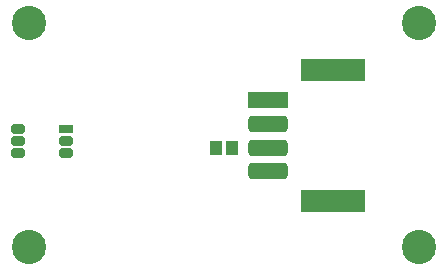
<source format=gbs>
G04*
G04 #@! TF.GenerationSoftware,Altium Limited,Altium Designer,18.1.6 (161)*
G04*
G04 Layer_Color=16711935*
%FSLAX25Y25*%
%MOIN*%
G70*
G01*
G75*
%ADD33R,0.04143X0.04537*%
%ADD39C,0.11430*%
%ADD47R,0.21666X0.07493*%
%ADD48R,0.13398X0.05524*%
G04:AMPARAMS|DCode=49|XSize=55.24mil|YSize=133.98mil|CornerRadius=15.81mil|HoleSize=0mil|Usage=FLASHONLY|Rotation=270.000|XOffset=0mil|YOffset=0mil|HoleType=Round|Shape=RoundedRectangle|*
%AMROUNDEDRECTD49*
21,1,0.05524,0.10236,0,0,270.0*
21,1,0.02362,0.13398,0,0,270.0*
1,1,0.03162,-0.05118,-0.01181*
1,1,0.03162,-0.05118,0.01181*
1,1,0.03162,0.05118,0.01181*
1,1,0.03162,0.05118,-0.01181*
%
%ADD49ROUNDEDRECTD49*%
G04:AMPARAMS|DCode=50|XSize=31.62mil|YSize=47.37mil|CornerRadius=9.91mil|HoleSize=0mil|Usage=FLASHONLY|Rotation=90.000|XOffset=0mil|YOffset=0mil|HoleType=Round|Shape=RoundedRectangle|*
%AMROUNDEDRECTD50*
21,1,0.03162,0.02756,0,0,90.0*
21,1,0.01181,0.04737,0,0,90.0*
1,1,0.01981,0.01378,0.00591*
1,1,0.01981,0.01378,-0.00591*
1,1,0.01981,-0.01378,-0.00591*
1,1,0.01981,-0.01378,0.00591*
%
%ADD50ROUNDEDRECTD50*%
%ADD51R,0.04737X0.03162*%
D33*
X72244Y42913D02*
D03*
X77559D02*
D03*
D39*
X139764Y84646D02*
D03*
Y9843D02*
D03*
X9843Y84646D02*
D03*
Y9843D02*
D03*
D47*
X110978Y68898D02*
D03*
Y25197D02*
D03*
D48*
X89403Y58858D02*
D03*
D49*
Y50984D02*
D03*
Y43110D02*
D03*
Y35236D02*
D03*
D50*
X6102Y41339D02*
D03*
Y45276D02*
D03*
Y49213D02*
D03*
X22244Y41339D02*
D03*
Y45276D02*
D03*
D51*
Y49213D02*
D03*
M02*

</source>
